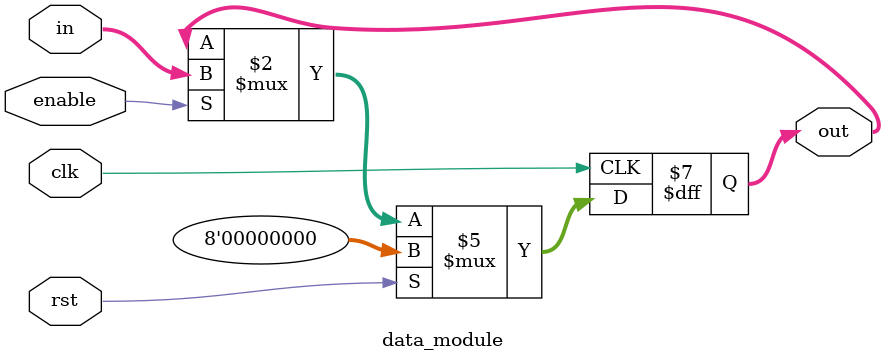
<source format=v>
`timescale 1ns / 1ps


module data_module #(
    parameter N = 8
) (
    input clk,
    input rst,
    input enable,
    input [N-1:0] in,
    output reg [N-1:0] out
);

    always @(posedge clk) begin
        if (rst)
            out <= {N{1'b0}};
        else if (enable)
            out <= in;
    end
endmodule


</source>
